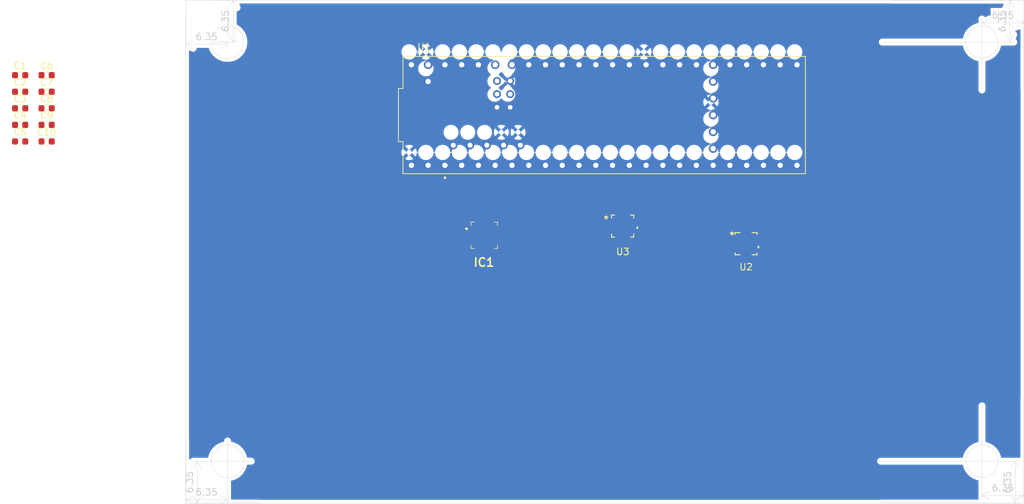
<source format=kicad_pcb>
(kicad_pcb (version 20241229) (generator "pcbnew") (generator_version "9.0")
  (layers (0 "F.Cu" signal) (4 "In1.Cu" signal) (6 "In2.Cu" signal) (2 "B.Cu" signal) (13 "F.Paste" user) (15 "B.Paste" user) (5 "F.SilkS" user "F.Silkscreen") (7 "B.SilkS" user "B.Silkscreen") (1 "F.Mask" user) (3 "B.Mask" user) (25 "Edge.Cuts" user))
  (net 0 "")
  (net 52 "/MOSI_Gyro")
  (net 53 "/MOSI_Mag")
  (net 54 "/CS_Mag")
  (net 56 "/CS_Gyro")
  (net 57 "/MISO_Mag")
  (net 58 "/MISO_Gyro")
  (net 60 "/GND")
  (net 61 "/X_Accel")
  (net 62 "/Y_Accel")
  (net 63 "/Z_Accel")
  (net 64 "/3P3V")
  (net 65 "Net-(U2-REGOUT)")
  (net 66 "/INT_Gyro")
  (net 67 "/SCK_Mag")
  (net 68 "/TRIG_Mag")
  (net 70 "/INT_Mag")
  (net 71 "/SCK_Gyro")
  (footprint "Capacitor_SMD:C_0603_1608Metric" (layer "F.Cu") (at 62 78.375)
    (property "Reference" "C2" (at 0 -1.43 0) (layer "F.SilkS"))
    (property "Value" "3 nF")
    (fp_line (start -0.14058 -0.51) (end 0.14058 -0.51) (stroke (width 0.12)) (layer "F.SilkS"))
    (fp_line (start -0.14058 0.51) (end 0.14058 0.51) (stroke (width 0.12)) (layer "F.SilkS"))
    (pad "1" smd roundrect (at -0.775 0) (size 0.9 0.95) (layers "F.Cu" "F.Mask" "F.Paste") (net 62 "/Y_Accel"))
    (pad "2" smd roundrect (at 0.775 0) (size 0.9 0.95) (layers "F.Cu" "F.Mask" "F.Paste") (net 60 "/GND"))
  )
  (footprint "Capacitor_SMD:C_0603_1608Metric" (layer "F.Cu") (at 66.01 85.905)
    (property "Reference" "C10" (at 0 -1.43 0) (layer "F.SilkS"))
    (property "Value" "0.1 uF")
    (fp_line (start -0.14058 -0.51) (end 0.14058 -0.51) (stroke (width 0.12)) (layer "F.SilkS"))
    (fp_line (start -0.14058 0.51) (end 0.14058 0.51) (stroke (width 0.12)) (layer "F.SilkS"))
    (pad "1" smd roundrect (at -0.775 0) (size 0.9 0.95) (layers "F.Cu" "F.Mask" "F.Paste") (net 64 "/3P3V"))
    (pad "2" smd roundrect (at 0.775 0) (size 0.9 0.95) (layers "F.Cu" "F.Mask" "F.Paste") (net 60 "/GND"))
  )
  (footprint "Capacitor_SMD:C_0603_1608Metric" (layer "F.Cu") (at 62 83.395)
    (property "Reference" "C4" (at 0 -1.43 0) (layer "F.SilkS"))
    (property "Value" "0.01 uF")
    (fp_line (start -0.14058 -0.51) (end 0.14058 -0.51) (stroke (width 0.12)) (layer "F.SilkS"))
    (fp_line (start -0.14058 0.51) (end 0.14058 0.51) (stroke (width 0.12)) (layer "F.SilkS"))
    (pad "1" smd roundrect (at -0.775 0) (size 0.9 0.95) (layers "F.Cu" "F.Mask" "F.Paste") (net 64 "/3P3V"))
    (pad "2" smd roundrect (at 0.775 0) (size 0.9 0.95) (layers "F.Cu" "F.Mask" "F.Paste") (net 60 "/GND"))
  )
  (footprint "IAM-20380_IVS:IAM-20380_IVS" (layer "F.Cu") (at 171.9796 101.399748)
    (property "Reference" "U2" (at 0 3.5204 0) (layer "F.SilkS"))
    (property "Value" "IAM-20380")
    (fp_line (start -1.6764 -1.6764) (end -1.6764 -1.408505) (stroke (width 0.1524)) (layer "F.SilkS"))
    (fp_line (start -1.6764 1.408505) (end -1.6764 1.6764) (stroke (width 0.1524)) (layer "F.SilkS"))
    (fp_line (start -1.6764 1.6764) (end -0.908379 1.6764) (stroke (width 0.1524)) (layer "F.SilkS"))
    (fp_line (start -0.908379 -1.6764) (end -1.6764 -1.6764) (stroke (width 0.1524)) (layer "F.SilkS"))
    (fp_line (start 0.908379 1.6764) (end 1.6764 1.6764) (stroke (width 0.1524)) (layer "F.SilkS"))
    (fp_line (start 1.6764 -1.6764) (end 0.908379 -1.6764) (stroke (width 0.1524)) (layer "F.SilkS"))
    (fp_line (start 1.6764 -1.408505) (end 1.6764 -1.6764) (stroke (width 0.1524)) (layer "F.SilkS"))
    (fp_line (start 1.6764 1.6764) (end 1.6764 1.408505) (stroke (width 0.1524)) (layer "F.SilkS"))
    (fp_poly (pts (xy 2.0066 0.309626) (xy 2.0066 0.690626) (xy 1.7526 0.690626) (xy 1.7526 0.309626)) (fill yes) (layer "F.SilkS"))
    (fp_text user "*" (at -2.1336 -1.250315 0) (layer "F.SilkS"))
    (fp_text user "*" (at -2.1336 -1.250315 0) (layer "F.SilkS"))
    (pad "1" smd rect (at -1.2954 -1.000252 90) (size 0.254 0.4064) (layers "F.Cu" "F.Mask" "F.Paste") (net 64 "/3P3V"))
    (pad "2" smd rect (at -1.2954 -0.500126 90) (size 0.254 0.4064) (layers "F.Cu" "F.Mask" "F.Paste") (net 71 "/SCK_Gyro"))
    (pad "3" smd rect (at -1.2954 0 90) (size 0.254 0.4064) (layers "F.Cu" "F.Mask" "F.Paste") (net 52 "/MOSI_Gyro"))
    (pad "4" smd rect (at -1.2954 0.500126 90) (size 0.254 0.4064) (layers "F.Cu" "F.Mask" "F.Paste") (net 58 "/MISO_Gyro"))
    (pad "5" smd rect (at -1.2954 1.000252 90) (size 0.254 0.4064) (layers "F.Cu" "F.Mask" "F.Paste") (net 56 "/CS_Gyro"))
    (pad "6" smd rect (at -0.500126 1.2954) (size 0.254 0.4064) (layers "F.Cu" "F.Mask" "F.Paste") (net 66 "/INT_Gyro"))
    (pad "7" smd rect (at 0 1.2954) (size 0.254 0.4064) (layers "F.Cu" "F.Mask" "F.Paste"))
    (pad "8" smd rect (at 0.500126 1.2954) (size 0.254 0.4064) (layers "F.Cu" "F.Mask" "F.Paste") (net 60 "/GND"))
    (pad "9" smd rect (at 1.2954 1.000252 90) (size 0.254 0.4064) (layers "F.Cu" "F.Mask" "F.Paste") (net 60 "/GND"))
    (pad "10" smd rect (at 1.2954 0.500126 90) (size 0.254 0.4064) (layers "F.Cu" "F.Mask" "F.Paste") (net 60 "/GND"))
    (pad "11" smd rect (at 1.2954 0 90) (size 0.254 0.4064) (layers "F.Cu" "F.Mask" "F.Paste") (net 60 "/GND"))
    (pad "12" smd rect (at 1.2954 -0.500126 90) (size 0.254 0.4064) (layers "F.Cu" "F.Mask" "F.Paste") (net 60 "/GND"))
    (pad "13" smd rect (at 1.2954 -1.000252 90) (size 0.254 0.4064) (layers "F.Cu" "F.Mask" "F.Paste") (net 60 "/GND"))
    (pad "14" smd rect (at 0.500126 -1.2954) (size 0.254 0.4064) (layers "F.Cu" "F.Mask" "F.Paste") (net 65 "Net-(U2-REGOUT)"))
    (pad "15" smd rect (at 0 -1.2954) (size 0.254 0.4064) (layers "F.Cu" "F.Mask" "F.Paste") (net 60 "/GND"))
    (pad "16" smd rect (at -0.500126 -1.2954) (size 0.254 0.4064) (layers "F.Cu" "F.Mask" "F.Paste") (net 64 "/3P3V"))
  )
  (footprint "DEV-16771:DEV-16771" (layer "F.Cu") (at 150.485 81.905)
    (property "Reference" "U1" (at -27.305 -10.295 0) (layer "F.SilkS"))
    (property "Value" "DEV-16771")
    (fp_line (start -31.18 4.03) (end -31.18 -4.03) (stroke (width 0.127)) (layer "F.SilkS"))
    (fp_line (start -30.48 -8.89) (end -30.48 -4.03) (stroke (width 0.127)) (layer "F.SilkS"))
    (fp_line (start -30.48 -8.89) (end 30.48 -8.89) (stroke (width 0.127)) (layer "F.SilkS"))
    (fp_line (start -30.48 -4.03) (end -31.18 -4.03) (stroke (width 0.127)) (layer "F.SilkS"))
    (fp_line (start -30.48 4.03) (end -31.18 4.03) (stroke (width 0.127)) (layer "F.SilkS"))
    (fp_line (start -30.48 8.89) (end -30.48 4.03) (stroke (width 0.127)) (layer "F.SilkS"))
    (fp_line (start 30.48 -8.89) (end 30.48 8.89) (stroke (width 0.127)) (layer "F.SilkS"))
    (fp_line (start 30.48 8.89) (end -30.48 8.89) (stroke (width 0.127)) (layer "F.SilkS"))
    (fp_circle (center -24.13 9.5) (end -24.03 9.5) (stroke (width 0.2)) (fill no) (layer "F.SilkS"))
    (pad "0" thru_hole circle (at -26.67 7.62) (size 1.308 1.308) (drill 0.8) (layers "*.Cu" "*.Mask") (net 56 "/CS_Gyro"))
    (pad "1" thru_hole circle (at -24.13 7.62) (size 1.308 1.308) (drill 0.8) (layers "*.Cu" "*.Mask") (net 58 "/MISO_Gyro"))
    (pad "2" thru_hole circle (at -21.59 7.62) (size 1.308 1.308) (drill 0.8) (layers "*.Cu" "*.Mask"))
    (pad "3" thru_hole circle (at -19.05 7.62) (size 1.308 1.308) (drill 0.8) (layers "*.Cu" "*.Mask"))
    (pad "3.3V_1" thru_hole circle (at 6.35 7.62) (size 1.308 1.308) (drill 0.8) (layers "*.Cu" "*.Mask") (net 64 "/3P3V"))
    (pad "3.3V_2" thru_hole circle (at -24.13 -7.62) (size 1.308 1.308) (drill 0.8) (layers "*.Cu" "*.Mask") (net 64 "/3P3V"))
    (pad "3.3V_3" thru_hole circle (at 16.51 2.54) (size 1.308 1.308) (drill 0.8) (layers "*.Cu" "*.Mask") (net 64 "/3P3V"))
    (pad "4" thru_hole circle (at -16.51 7.62) (size 1.308 1.308) (drill 0.8) (layers "*.Cu" "*.Mask"))
    (pad "5" thru_hole circle (at -13.97 7.62) (size 1.308 1.308) (drill 0.8) (layers "*.Cu" "*.Mask"))
    (pad "5V" thru_hole circle (at -22.86 4.57) (size 1.258 1.258) (drill 0.75) (layers "*.Cu" "*.Mask"))
    (pad "6" thru_hole circle (at -11.43 7.62) (size 1.308 1.308) (drill 0.8) (layers "*.Cu" "*.Mask"))
    (pad "7" thru_hole circle (at -8.89 7.62) (size 1.308 1.308) (drill 0.8) (layers "*.Cu" "*.Mask"))
    (pad "8" thru_hole circle (at -6.35 7.62) (size 1.308 1.308) (drill 0.8) (layers "*.Cu" "*.Mask"))
    (pad "9" thru_hole circle (at -3.81 7.62) (size 1.308 1.308) (drill 0.8) (layers "*.Cu" "*.Mask"))
    (pad "10" thru_hole circle (at -1.27 7.62) (size 1.308 1.308) (drill 0.8) (layers "*.Cu" "*.Mask") (net 54 "/CS_Mag"))
    (pad "11" thru_hole circle (at 1.27 7.62) (size 1.308 1.308) (drill 0.8) (layers "*.Cu" "*.Mask") (net 53 "/MOSI_Mag"))
    (pad "12" thru_hole circle (at 3.81 7.62) (size 1.308 1.308) (drill 0.8) (layers "*.Cu" "*.Mask") (net 57 "/MISO_Mag"))
    (pad "13" thru_hole circle (at 3.81 -7.62) (size 1.308 1.308) (drill 0.8) (layers "*.Cu" "*.Mask") (net 67 "/SCK_Mag"))
    (pad "14" thru_hole circle (at 1.27 -7.62) (size 1.308 1.308) (drill 0.8) (layers "*.Cu" "*.Mask") (net 61 "/X_Accel"))
    (pad "15" thru_hole circle (at -1.27 -7.62) (size 1.308 1.308) (drill 0.8) (layers "*.Cu" "*.Mask") (net 62 "/Y_Accel"))
    (pad "16" thru_hole circle (at -3.81 -7.62) (size 1.308 1.308) (drill 0.8) (layers "*.Cu" "*.Mask") (net 63 "/Z_Accel"))
    (pad "17" thru_hole circle (at -6.35 -7.62) (size 1.308 1.308) (drill 0.8) (layers "*.Cu" "*.Mask") (net 66 "/INT_Gyro"))
    (pad "18" thru_hole circle (at -8.89 -7.62) (size 1.308 1.308) (drill 0.8) (layers "*.Cu" "*.Mask") (net 70 "/INT_Mag"))
    (pad "19" thru_hole circle (at -11.43 -7.62) (size 1.308 1.308) (drill 0.8) (layers "*.Cu" "*.Mask") (net 68 "/TRIG_Mag"))
    (pad "20" thru_hole circle (at -13.97 -7.62) (size 1.308 1.308) (drill 0.8) (layers "*.Cu" "*.Mask"))
    (pad "21" thru_hole circle (at -16.51 -7.62) (size 1.308 1.308) (drill 0.8) (layers "*.Cu" "*.Mask"))
    (pad "22" thru_hole circle (at -19.05 -7.62) (size 1.308 1.308) (drill 0.8) (layers "*.Cu" "*.Mask"))
    (pad "23" thru_hole circle (at -21.59 -7.62) (size 1.308 1.308) (drill 0.8) (layers "*.Cu" "*.Mask"))
    (pad "24" thru_hole circle (at 8.89 7.62) (size 1.308 1.308) (drill 0.8) (layers "*.Cu" "*.Mask"))
    (pad "25" thru_hole circle (at 11.43 7.62) (size 1.308 1.308) (drill 0.8) (layers "*.Cu" "*.Mask"))
    (pad "26" thru_hole circle (at 13.97 7.62) (size 1.308 1.308) (drill 0.8) (layers "*.Cu" "*.Mask") (net 52 "/MOSI_Gyro"))
    (pad "27" thru_hole circle (at 16.51 7.62) (size 1.308 1.308) (drill 0.8) (layers "*.Cu" "*.Mask") (net 71 "/SCK_Gyro"))
    (pad "28" thru_hole circle (at 19.05 7.62) (size 1.308 1.308) (drill 0.8) (layers "*.Cu" "*.Mask"))
    (pad "29" thru_hole circle (at 21.59 7.62) (size 1.308 1.308) (drill 0.8) (layers "*.Cu" "*.Mask"))
    (pad "30" thru_hole circle (at 24.13 7.62) (size 1.308 1.308) (drill 0.8) (layers "*.Cu" "*.Mask"))
    (pad "31" thru_hole circle (at 26.67 7.62) (size 1.308 1.308) (drill 0.8) (layers "*.Cu" "*.Mask"))
    (pad "32" thru_hole circle (at 29.21 7.62) (size 1.308 1.308) (drill 0.8) (layers "*.Cu" "*.Mask"))
    (pad "33" thru_hole circle (at 29.21 -7.62) (size 1.308 1.308) (drill 0.8) (layers "*.Cu" "*.Mask"))
    (pad "34" thru_hole circle (at 26.67 -7.62) (size 1.308 1.308) (drill 0.8) (layers "*.Cu" "*.Mask"))
    (pad "35" thru_hole circle (at 24.13 -7.62) (size 1.308 1.308) (drill 0.8) (layers "*.Cu" "*.Mask"))
    (pad "36" thru_hole circle (at 21.59 -7.62) (size 1.308 1.308) (drill 0.8) (layers "*.Cu" "*.Mask"))
    (pad "37" thru_hole circle (at 19.05 -7.62) (size 1.308 1.308) (drill 0.8) (layers "*.Cu" "*.Mask"))
    (pad "38" thru_hole circle (at 16.51 -7.62) (size 1.308 1.308) (drill 0.8) (layers "*.Cu" "*.Mask"))
    (pad "39" thru_hole circle (at 13.97 -7.62) (size 1.308 1.308) (drill 0.8) (layers "*.Cu" "*.Mask"))
    (pad "40" thru_hole circle (at 11.43 -7.62) (size 1.308 1.308) (drill 0.8) (layers "*.Cu" "*.Mask"))
    (pad "41" thru_hole circle (at 8.89 -7.62) (size 1.308 1.308) (drill 0.8) (layers "*.Cu" "*.Mask"))
    (pad "D+" thru_hole circle (at -17.78 4.57) (size 1.258 1.258) (drill 0.75) (layers "*.Cu" "*.Mask"))
    (pad "D-" thru_hole circle (at -20.32 4.57) (size 1.258 1.258) (drill 0.75) (layers "*.Cu" "*.Mask"))
    (pad "GND1" thru_hole circle (at -29.21 7.62) (size 1.308 1.308) (drill 0.8) (layers "*.Cu" "*.Mask") (net 60 "/GND"))
    (pad "GND2" thru_hole circle (at 6.35 -7.62) (size 1.308 1.308) (drill 0.8) (layers "*.Cu" "*.Mask") (net 60 "/GND"))
    (pad "GND3" thru_hole circle (at -26.67 -7.62) (size 1.308 1.308) (drill 0.8) (layers "*.Cu" "*.Mask") (net 60 "/GND"))
    (pad "GND4" thru_hole circle (at 16.51 0) (size 1.308 1.308) (drill 0.8) (layers "*.Cu" "*.Mask") (net 60 "/GND"))
    (pad "GND5" thru_hole circle (at -14.24 -3.17) (size 1.208 1.208) (drill 0.7) (layers "*.Cu" "*.Mask") (net 60 "/GND"))
    (pad "LED" thru_hole circle (at -16.24 -3.17) (size 1.208 1.208) (drill 0.7) (layers "*.Cu" "*.Mask"))
    (pad "ON/OFF" thru_hole circle (at 16.51 -5.08) (size 1.308 1.308) (drill 0.8) (layers "*.Cu" "*.Mask"))
    (pad "PROGRAM" thru_hole circle (at 16.51 -2.54) (size 1.308 1.308) (drill 0.8) (layers "*.Cu" "*.Mask"))
    (pad "R+" thru_hole circle (at -16.24 -5.17) (size 1.208 1.208) (drill 0.7) (layers "*.Cu" "*.Mask"))
    (pad "R-" thru_hole circle (at -14.24 -5.17) (size 1.208 1.208) (drill 0.7) (layers "*.Cu" "*.Mask"))
    (pad "T+" thru_hole circle (at -14.24 -1.17) (size 1.208 1.208) (drill 0.7) (layers "*.Cu" "*.Mask"))
    (pad "T-" thru_hole circle (at -16.24 -1.17) (size 1.208 1.208) (drill 0.7) (layers "*.Cu" "*.Mask"))
    (pad "USB_GND1" thru_hole circle (at -15.24 4.57) (size 1.258 1.258) (drill 0.75) (layers "*.Cu" "*.Mask") (net 60 "/GND"))
    (pad "USB_GND2" thru_hole circle (at -12.7 4.57) (size 1.258 1.258) (drill 0.75) (layers "*.Cu" "*.Mask") (net 60 "/GND"))
    (pad "VBAT" thru_hole circle (at 16.51 5.08) (size 1.308 1.308) (drill 0.8) (layers "*.Cu" "*.Mask"))
    (pad "VIN" thru_hole circle (at -29.21 -7.62) (size 1.308 1.308) (drill 0.8) (layers "*.Cu" "*.Mask"))
    (pad "VUSB" thru_hole circle (at -26.67 -5.08) (size 1.308 1.308) (drill 0.8) (layers "*.Cu" "*.Mask"))
  )
  (footprint "Capacitor_SMD:C_0603_1608Metric" (layer "F.Cu") (at 66.01 83.395)
    (property "Reference" "C9" (at 0 -1.43 0) (layer "F.SilkS"))
    (property "Value" "0.1 uF")
    (fp_line (start -0.14058 -0.51) (end 0.14058 -0.51) (stroke (width 0.12)) (layer "F.SilkS"))
    (fp_line (start -0.14058 0.51) (end 0.14058 0.51) (stroke (width 0.12)) (layer "F.SilkS"))
    (pad "1" smd roundrect (at -0.775 0) (size 0.9 0.95) (layers "F.Cu" "F.Mask" "F.Paste") (net 64 "/3P3V"))
    (pad "2" smd roundrect (at 0.775 0) (size 0.9 0.95) (layers "F.Cu" "F.Mask" "F.Paste") (net 60 "/GND"))
  )
  (footprint "ADXL326BCPZ-RL7:ADXL326BCPZRL7" (layer "F.Cu") (at 132.325 100.125)
    (property "Reference" "IC1" (at -0.0554 4.1 0) (layer "F.SilkS") (effects (font (size 1.27 1.27) (thickness 0.254))))
    (property "Value" "ADXL326BCPZ-RL7" (hide yes))
    (fp_line (start -2.8 -1) (end -2.8 -1) (stroke (width 0.2)) (layer "F.SilkS"))
    (fp_line (start -2.6 -1) (end -2.6 -1) (stroke (width 0.2)) (layer "F.SilkS"))
    (fp_line (start -2 -2) (end -1.5 -2) (stroke (width 0.1)) (layer "F.SilkS"))
    (fp_line (start -2 -1.5) (end -2 -2) (stroke (width 0.1)) (layer "F.SilkS"))
    (fp_line (start -2 1.5) (end -2 2) (stroke (width 0.1)) (layer "F.SilkS"))
    (fp_line (start -2 2) (end -1.5 2) (stroke (width 0.1)) (layer "F.SilkS"))
    (fp_line (start 1.5 -2) (end 2 -2) (stroke (width 0.1)) (layer "F.SilkS"))
    (fp_line (start 1.5 2) (end 2 2) (stroke (width 0.1)) (layer "F.SilkS"))
    (fp_line (start 2 -2) (end 1.998 -1.5) (stroke (width 0.1)) (layer "F.SilkS"))
    (fp_line (start 2 2) (end 1.998 1.5) (stroke (width 0.1)) (layer "F.SilkS"))
    (fp_arc (start -2.8 -1) (mid -2.7 -1.1) (end -2.6 -1) (stroke (width 0.2)) (layer "F.SilkS"))
    (fp_arc (start -2.6 -1) (mid -2.7 -0.9) (end -2.8 -1) (stroke (width 0.2)) (layer "F.SilkS"))
    (pad "1" smd rect (at -1.75 -0.975 90) (size 0.35 0.5) (layers "F.Cu" "F.Mask" "F.Paste"))
    (pad "2" smd rect (at -1.75 -0.325 90) (size 0.35 0.5) (layers "F.Cu" "F.Mask" "F.Paste"))
    (pad "3" smd rect (at -1.75 0.325 90) (size 0.35 0.5) (layers "F.Cu" "F.Mask" "F.Paste") (net 60 "/GND"))
    (pad "4" smd rect (at -1.75 0.975 90) (size 0.35 0.5) (layers "F.Cu" "F.Mask" "F.Paste"))
    (pad "5" smd rect (at -0.975 1.75) (size 0.35 0.5) (layers "F.Cu" "F.Mask" "F.Paste") (net 60 "/GND"))
    (pad "6" smd rect (at -0.325 1.75) (size 0.35 0.5) (layers "F.Cu" "F.Mask" "F.Paste") (net 60 "/GND"))
    (pad "7" smd rect (at 0.325 1.75) (size 0.35 0.5) (layers "F.Cu" "F.Mask" "F.Paste") (net 60 "/GND"))
    (pad "8" smd rect (at 0.975 1.75) (size 0.35 0.5) (layers "F.Cu" "F.Mask" "F.Paste") (net 63 "/Z_Accel"))
    (pad "9" smd rect (at 1.75 0.975 90) (size 0.35 0.5) (layers "F.Cu" "F.Mask" "F.Paste"))
    (pad "10" smd rect (at 1.75 0.325 90) (size 0.35 0.5) (layers "F.Cu" "F.Mask" "F.Paste") (net 62 "/Y_Accel"))
    (pad "11" smd rect (at 1.75 -0.325 90) (size 0.35 0.5) (layers "F.Cu" "F.Mask" "F.Paste"))
    (pad "12" smd rect (at 1.75 -0.975 90) (size 0.35 0.5) (layers "F.Cu" "F.Mask" "F.Paste") (net 61 "/X_Accel"))
    (pad "13" smd rect (at 0.975 -1.75) (size 0.35 0.5) (layers "F.Cu" "F.Mask" "F.Paste"))
    (pad "14" smd rect (at 0.325 -1.75) (size 0.35 0.5) (layers "F.Cu" "F.Mask" "F.Paste") (net 64 "/3P3V"))
    (pad "15" smd rect (at -0.325 -1.75) (size 0.35 0.5) (layers "F.Cu" "F.Mask" "F.Paste") (net 64 "/3P3V"))
    (pad "16" smd rect (at -0.975 -1.75) (size 0.35 0.5) (layers "F.Cu" "F.Mask" "F.Paste"))
    (pad "17" smd rect (at 0 0) (size 1.95 1.95) (layers "F.Cu" "F.Mask" "F.Paste") (net 60 "/GND"))
  )
  (footprint "QFN-16_MLX90393_MEL:QFN-16_MLX90393_MEL" (layer "F.Cu") (at 153.274999 98.7272)
    (property "Reference" "U3" (at 0.0352 3.8906 0) (layer "F.SilkS"))
    (property "Value" "MLX90393SLW-ABA-011-RE")
    (fp_line (start -1.6764 -1.6764) (end -1.6764 -1.209741) (stroke (width 0.1524)) (layer "F.SilkS"))
    (fp_line (start -1.6764 1.209741) (end -1.6764 1.6764) (stroke (width 0.1524)) (layer "F.SilkS"))
    (fp_line (start -1.6764 1.6764) (end -1.209741 1.6764) (stroke (width 0.1524)) (layer "F.SilkS"))
    (fp_line (start -1.209741 -1.6764) (end -1.6764 -1.6764) (stroke (width 0.1524)) (layer "F.SilkS"))
    (fp_line (start 1.209741 1.6764) (end 1.6764 1.6764) (stroke (width 0.1524)) (layer "F.SilkS"))
    (fp_line (start 1.6764 -1.6764) (end 1.209741 -1.6764) (stroke (width 0.1524)) (layer "F.SilkS"))
    (fp_line (start 1.6764 -1.209741) (end 1.6764 -1.6764) (stroke (width 0.1524)) (layer "F.SilkS"))
    (fp_line (start 1.6764 1.6764) (end 1.6764 1.209741) (stroke (width 0.1524)) (layer "F.SilkS"))
    (fp_poly (pts (xy 2.3622 0.059499) (xy 2.3622 0.4405) (xy 2.1082 0.4405) (xy 2.1082 0.059499)) (fill yes) (layer "F.SilkS"))
    (fp_text user "*" (at -2.4892 -1 0) (layer "F.SilkS"))
    (fp_text user "*" (at -2.4892 -1 0) (layer "F.SilkS"))
    (pad "1" smd rect (at -1.4478 -0.750001 90) (size 0.254 0.8128) (layers "F.Cu" "F.Mask" "F.Paste") (net 70 "/INT_Mag"))
    (pad "2" smd rect (at -1.4478 -0.25 90) (size 0.254 0.8128) (layers "F.Cu" "F.Mask" "F.Paste") (net 54 "/CS_Mag"))
    (pad "3" smd rect (at -1.4478 0.25 90) (size 0.254 0.8128) (layers "F.Cu" "F.Mask" "F.Paste") (net 67 "/SCK_Mag"))
    (pad "4" smd rect (at -1.4478 0.750001 90) (size 0.254 0.8128) (layers "F.Cu" "F.Mask" "F.Paste"))
    (pad "5" smd rect (at -0.750001 1.4478) (size 0.254 0.8128) (layers "F.Cu" "F.Mask" "F.Paste") (net 53 "/MOSI_Mag"))
    (pad "6" smd rect (at -0.25 1.4478) (size 0.254 0.8128) (layers "F.Cu" "F.Mask" "F.Paste") (net 57 "/MISO_Mag"))
    (pad "7" smd rect (at 0.25 1.4478) (size 0.254 0.8128) (layers "F.Cu" "F.Mask" "F.Paste") (net 68 "/TRIG_Mag"))
    (pad "8" smd rect (at 0.750001 1.4478) (size 0.254 0.8128) (layers "F.Cu" "F.Mask" "F.Paste") (net 64 "/3P3V"))
    (pad "9" smd rect (at 1.4478 0.750001 90) (size 0.254 0.8128) (layers "F.Cu" "F.Mask" "F.Paste"))
    (pad "10" smd rect (at 1.4478 0.25 90) (size 0.254 0.8128) (layers "F.Cu" "F.Mask" "F.Paste"))
    (pad "11" smd rect (at 1.4478 -0.25 90) (size 0.254 0.8128) (layers "F.Cu" "F.Mask" "F.Paste") (net 60 "/GND"))
    (pad "12" smd rect (at 1.4478 -0.750001 90) (size 0.254 0.8128) (layers "F.Cu" "F.Mask" "F.Paste") (net 60 "/GND"))
    (pad "13" smd rect (at 0.750001 -1.4478) (size 0.254 0.8128) (layers "F.Cu" "F.Mask" "F.Paste") (net 60 "/GND"))
    (pad "14" smd rect (at 0.25 -1.4478) (size 0.254 0.8128) (layers "F.Cu" "F.Mask" "F.Paste"))
    (pad "15" smd rect (at -0.25 -1.4478) (size 0.254 0.8128) (layers "F.Cu" "F.Mask" "F.Paste") (net 64 "/3P3V"))
    (pad "16" smd rect (at -0.750001 -1.4478) (size 0.254 0.8128) (layers "F.Cu" "F.Mask" "F.Paste"))
    (pad "17" smd rect (at 0 0) (size 1.6764 1.6764) (layers "F.Cu" "F.Mask" "F.Paste") (net 60 "/GND"))
  )
  (footprint "Capacitor_SMD:C_0603_1608Metric" (layer "F.Cu") (at 62 80.885)
    (property "Reference" "C3" (at 0 -1.43 0) (layer "F.SilkS"))
    (property "Value" "3 nF")
    (fp_line (start -0.14058 -0.51) (end 0.14058 -0.51) (stroke (width 0.12)) (layer "F.SilkS"))
    (fp_line (start -0.14058 0.51) (end 0.14058 0.51) (stroke (width 0.12)) (layer "F.SilkS"))
    (pad "1" smd roundrect (at -0.775 0) (size 0.9 0.95) (layers "F.Cu" "F.Mask" "F.Paste") (net 63 "/Z_Accel"))
    (pad "2" smd roundrect (at 0.775 0) (size 0.9 0.95) (layers "F.Cu" "F.Mask" "F.Paste") (net 60 "/GND"))
  )
  (footprint "Capacitor_SMD:C_0603_1608Metric" (layer "F.Cu") (at 62 75.865)
    (property "Reference" "C1" (at 0 -1.43 0) (layer "F.SilkS"))
    (property "Value" "3 nF")
    (fp_line (start -0.14058 -0.51) (end 0.14058 -0.51) (stroke (width 0.12)) (layer "F.SilkS"))
    (fp_line (start -0.14058 0.51) (end 0.14058 0.51) (stroke (width 0.12)) (layer "F.SilkS"))
    (pad "1" smd roundrect (at -0.775 0) (size 0.9 0.95) (layers "F.Cu" "F.Mask" "F.Paste") (net 61 "/X_Accel"))
    (pad "2" smd roundrect (at 0.775 0) (size 0.9 0.95) (layers "F.Cu" "F.Mask" "F.Paste") (net 60 "/GND"))
  )
  (footprint "Capacitor_SMD:C_0603_1608Metric" (layer "F.Cu") (at 66.01 78.375)
    (property "Reference" "C7" (at 0 -1.43 0) (layer "F.SilkS"))
    (property "Value" "2.2 uF")
    (fp_line (start -0.14058 -0.51) (end 0.14058 -0.51) (stroke (width 0.12)) (layer "F.SilkS"))
    (fp_line (start -0.14058 0.51) (end 0.14058 0.51) (stroke (width 0.12)) (layer "F.SilkS"))
    (pad "1" smd roundrect (at -0.775 0) (size 0.9 0.95) (layers "F.Cu" "F.Mask" "F.Paste") (net 64 "/3P3V"))
    (pad "2" smd roundrect (at 0.775 0) (size 0.9 0.95) (layers "F.Cu" "F.Mask" "F.Paste") (net 60 "/GND"))
  )
  (footprint "Capacitor_SMD:C_0603_1608Metric" (layer "F.Cu") (at 62 85.905)
    (property "Reference" "C5" (at 0 -1.43 0) (layer "F.SilkS"))
    (property "Value" "0.47 uF")
    (fp_line (start -0.14058 -0.51) (end 0.14058 -0.51) (stroke (width 0.12)) (layer "F.SilkS"))
    (fp_line (start -0.14058 0.51) (end 0.14058 0.51) (stroke (width 0.12)) (layer "F.SilkS"))
    (pad "1" smd roundrect (at -0.775 0) (size 0.9 0.95) (layers "F.Cu" "F.Mask" "F.Paste") (net 65 "Net-(U2-REGOUT)"))
    (pad "2" smd roundrect (at 0.775 0) (size 0.9 0.95) (layers "F.Cu" "F.Mask" "F.Paste") (net 60 "/GND"))
  )
  (footprint "Capacitor_SMD:C_0603_1608Metric" (layer "F.Cu") (at 66.01 75.865)
    (property "Reference" "C6" (at 0 -1.43 0) (layer "F.SilkS"))
    (property "Value" "0.1 uF")
    (fp_line (start -0.14058 -0.51) (end 0.14058 -0.51) (stroke (width 0.12)) (layer "F.SilkS"))
    (fp_line (start -0.14058 0.51) (end 0.14058 0.51) (stroke (width 0.12)) (layer "F.SilkS"))
    (pad "1" smd roundrect (at -0.775 0) (size 0.9 0.95) (layers "F.Cu" "F.Mask" "F.Paste") (net 64 "/3P3V"))
    (pad "2" smd roundrect (at 0.775 0) (size 0.9 0.95) (layers "F.Cu" "F.Mask" "F.Paste") (net 60 "/GND"))
  )
  (footprint "Capacitor_SMD:C_0603_1608Metric" (layer "F.Cu") (at 66.01 80.885)
    (property "Reference" "C8" (at 0 -1.43 0) (layer "F.SilkS"))
    (property "Value" "10 nF")
    (fp_line (start -0.14058 -0.51) (end 0.14058 -0.51) (stroke (width 0.12)) (layer "F.SilkS"))
    (fp_line (start -0.14058 0.51) (end 0.14058 0.51) (stroke (width 0.12)) (layer "F.SilkS"))
    (pad "1" smd roundrect (at -0.775 0) (size 0.9 0.95) (layers "F.Cu" "F.Mask" "F.Paste") (net 64 "/3P3V"))
    (pad "2" smd roundrect (at 0.775 0) (size 0.9 0.95) (layers "F.Cu" "F.Mask" "F.Paste") (net 60 "/GND"))
  )
  (gr_circle (center 93.425 70.85) (end 95.9142 70.85) (stroke (width 0.05)) (fill no) (layer "Edge.Cuts"))
  (gr_circle (center 207.725 70.85) (end 210.1634 70.85) (stroke (width 0.05)) (fill no) (layer "Edge.Cuts"))
  (gr_rect (start 87.075 64.5) (end 214.075 140.7) (stroke (width 0.05)) (fill no) (layer "Edge.Cuts"))
  (gr_circle (center 207.725 134.35) (end 210.1634 134.35) (stroke (width 0.05)) (fill no) (layer "Edge.Cuts"))
  (gr_circle (center 93.425 134.35) (end 95.9142 134.35) (stroke (width 0.05)) (fill no) (layer "Edge.Cuts"))
  (dimension (type orthogonal) (layer "Edge.Cuts") (pts (xy 214.075 78.825) (xy 207.725 78.6)) (height -10.875) (orientation 0) (format (prefix "") (suffix "") (units 3) (units_format 0) (precision 4) (suppress_zeroes yes)) (style (thickness 0.05) (arrow_length 1.27) (text_position_mode 0) (arrow_direction outward) (extension_height 0.58642) (extension_offset 0.5) (keep_text_aligned yes)) (gr_text "250" (at 210.9 66.8 0) (layer "Edge.Cuts") (effects (font (size 1 1) (thickness 0.15)))))
  (dimension (type orthogonal) (layer "Edge.Cuts") (pts (xy 193.85 64.5) (xy 192.125 70.85)) (height 18.1) (orientation 1) (format (prefix "") (suffix "") (units 3) (units_format 0) (precision 4) (suppress_zeroes yes)) (style (thickness 0.05) (arrow_length 1.27) (text_position_mode 0) (arrow_direction outward) (extension_height 0.58642) (extension_offset 0.5) (keep_text_aligned yes)) (gr_text "250" (at 210.8 67.675 90) (layer "Edge.Cuts") (effects (font (size 1 1) (thickness 0.15)))))
  (dimension (type orthogonal) (layer "Edge.Cuts") (pts (xy 214.075 124.05) (xy 207.725 125.475)) (height 15.5) (orientation 0) (format (prefix "") (suffix "") (units 3) (units_format 0) (precision 4) (suppress_zeroes yes)) (style (thickness 0.05) (arrow_length 1.27) (text_position_mode 0) (arrow_direction outward) (extension_height 0.58642) (extension_offset 0.5) (keep_text_aligned yes)) (gr_text "250" (at 210.9 138.4 0) (layer "Edge.Cuts") (effects (font (size 1 1) (thickness 0.15)))))
  (dimension (type orthogonal) (layer "Edge.Cuts") (pts (xy 87.075 130.525) (xy 93.425 130.8)) (height 9.675) (orientation 0) (format (prefix "") (suffix "") (units 3) (units_format 0) (precision 4) (suppress_zeroes yes)) (style (thickness 0.05) (arrow_length 1.27) (text_position_mode 0) (arrow_direction outward) (extension_height 0.58642) (extension_offset 0.5) (keep_text_aligned yes)) (gr_text "250" (at 90.25 139.05 0) (layer "Edge.Cuts") (effects (font (size 1 1) (thickness 0.15)))))
  (dimension (type orthogonal) (layer "Edge.Cuts") (pts (xy 90.775 64.5) (xy 90.5 70.85)) (height 3.5) (orientation 1) (format (prefix "") (suffix "") (units 3) (units_format 0) (precision 4) (suppress_zeroes yes)) (style (thickness 0.05) (arrow_length 1.27) (text_position_mode 0) (arrow_direction outward) (extension_height 0.58642) (extension_offset 0.5) (keep_text_aligned yes)) (gr_text "250" (at 93.125 67.675 90) (layer "Edge.Cuts") (effects (font (size 1 1) (thickness 0.15)))))
  (dimension (type orthogonal) (layer "Edge.Cuts") (pts (xy 192 140.7) (xy 191.875 134.35)) (height 20.75) (orientation 1) (format (prefix "") (suffix "") (units 3) (units_format 0) (precision 4) (suppress_zeroes yes)) (style (thickness 0.05) (arrow_length 1.27) (text_position_mode 0) (arrow_direction outward) (extension_height 0.58642) (extension_offset 0.5) (keep_text_aligned yes)) (gr_text "250" (at 211.6 137.525 90) (layer "Edge.Cuts") (effects (font (size 1 1) (thickness 0.15)))))
  (dimension (type orthogonal) (layer "Edge.Cuts") (pts (xy 98.825 140.7) (xy 97.5 134.35)) (height -10) (orientation 1) (format (prefix "") (suffix "") (units 3) (units_format 0) (precision 4) (suppress_zeroes yes)) (style (thickness 0.05) (arrow_length 1.27) (text_position_mode 0) (arrow_direction outward) (extension_height 0.58642) (extension_offset 0.5) (keep_text_aligned yes)) (gr_text "250" (at 87.675 137.525 90) (layer "Edge.Cuts") (effects (font (size 1 1) (thickness 0.15)))))
  (dimension (type orthogonal) (layer "Edge.Cuts") (pts (xy 87.075 66.8) (xy 93.425 65.05)) (height 4.4) (orientation 0) (format (prefix "") (suffix "") (units 3) (units_format 0) (precision 4) (suppress_zeroes yes)) (style (thickness 0.05) (arrow_length 1.27) (text_position_mode 0) (arrow_direction outward) (extension_height 0.58642) (extension_offset 0.5) (keep_text_aligned yes)) (gr_text "250" (at 90.25 70.05 0) (layer "Edge.Cuts") (effects (font (size 1 1) (thickness 0.15)))))
  (zone (net 60) (net_name "/GND") (layer "B.Cu") (connect_pads (clearance 0.5)) (min_thickness 0.25) (fill yes (thermal_gap 0.5) (thermal_bridge_width 0.5))
    (polygon (pts (xy 87.075 64.5) (xy 87.075 140.7) (xy 214.075 140.7) (xy 214.075 64.5)))
  )
)
</source>
